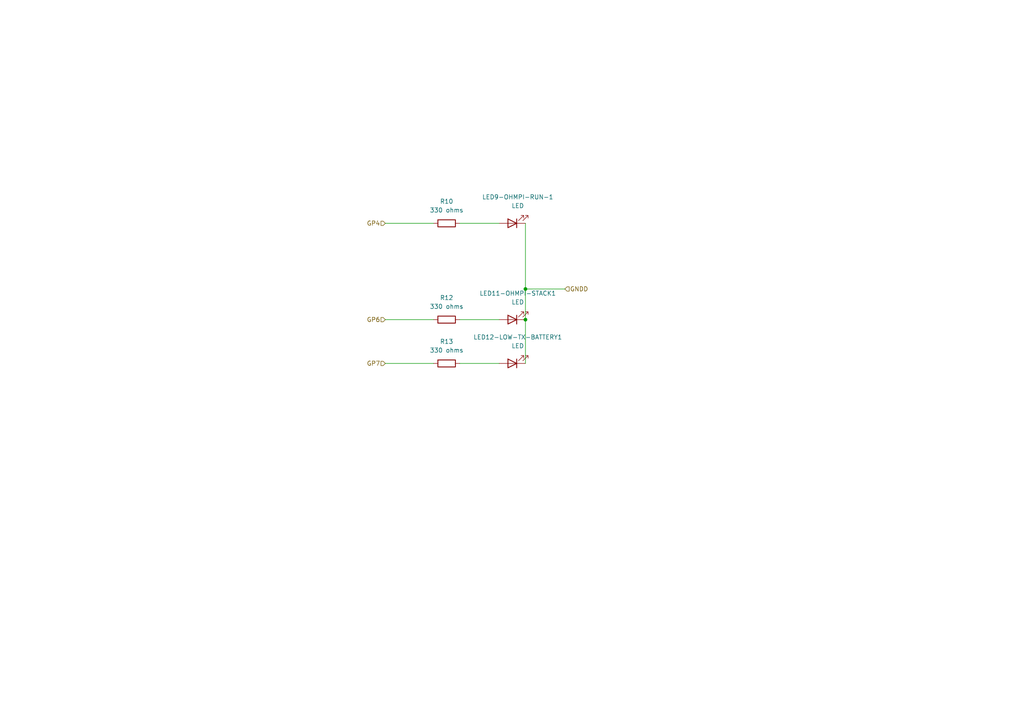
<source format=kicad_sch>
(kicad_sch (version 20230121) (generator eeschema)
  (paper "A4")
  (lib_symbols
    (symbol "Device:LED" (pin_numbers hide) (pin_names (offset 1.016) hide)
      (property "Reference" "D" (at 0 2.54 0))
      (property "Value" "LED" (at 0 -2.54 0))
      (symbol "LED_0_1"
        (polyline (pts (xy -1.27 -1.27) (xy -1.27 1.27)) (stroke (width 0.254)))
        (polyline (pts (xy -1.27 0) (xy 1.27 0)))
        (polyline (pts (xy 1.27 -1.27) (xy 1.27 1.27) (xy -1.27 0) (xy 1.27 -1.27)) (stroke (width 0.254)))
        (polyline (pts (xy -3.048 -0.762) (xy -4.572 -2.286) (xy -3.81 -2.286) (xy -4.572 -2.286) (xy -4.572 -1.524)))
        (polyline (pts (xy -1.778 -0.762) (xy -3.302 -2.286) (xy -2.54 -2.286) (xy -3.302 -2.286) (xy -3.302 -1.524)))
      )
      (symbol "LED_1_1"
        (pin passive line (at -3.81 0 0) (length 2.54) (name "K") (number "1"))
        (pin passive line (at 3.81 0 180) (length 2.54) (name "A") (number "2"))
      )
    )
    (symbol "Device:R" (pin_numbers hide) (pin_names (offset 0))
      (property "Reference" "R" (at 2.032 0 90))
      (property "Value" "R" (at 0 0 90))
      (symbol "R_0_1"
        (rectangle (start -1.016 -2.54) (end 1.016 2.54) (stroke (width 0.254)))
      )
      (symbol "R_1_1"
        (pin passive line (at 0 3.81 270) (length 1.27) (name "~") (number "1"))
        (pin passive line (at 0 -3.81 90) (length 1.27) (name "~") (number "2"))
      )
    )
  )
  (junction (at 152.4 92.71))
  (junction (at 152.4 83.82))
  (wire (pts (xy 133.35 105.41) (xy 144.78 105.41)))
  (wire (pts (xy 111.76 92.71) (xy 125.73 92.71)))
  (wire (pts (xy 111.76 105.41) (xy 125.73 105.41)))
  (wire (pts (xy 133.35 92.71) (xy 144.78 92.71)))
  (wire (pts (xy 152.4 64.77) (xy 152.4 83.82)))
  (wire (pts (xy 152.4 92.71) (xy 152.4 105.41)))
  (wire (pts (xy 133.35 64.77) (xy 144.78 64.77)))
  (wire (pts (xy 111.76 64.77) (xy 125.73 64.77)))
  (wire (pts (xy 152.4 83.82) (xy 152.4 92.71)))
  (wire (pts (xy 152.4 83.82) (xy 163.83 83.82)))
  (hierarchical_label "GNDD" (shape input) (at 163.83 83.82 0))
  (hierarchical_label "GP7" (shape input) (at 111.76 105.41 180))
  (hierarchical_label "GP6" (shape input) (at 111.76 92.71 180))
  (hierarchical_label "GP4" (shape input) (at 111.76 64.77 180))
  (symbol (lib_id "Device:R") (at 129.54 64.77 90) (unit 1)
    (property "Reference" "R10" (at 129.54 58.42 90))
    (property "Value" "330 ohms" (at 129.54 60.96 90))
    (property "Footprint" "Resistor_THT:R_Axial_DIN0207_L6.3mm_D2.5mm_P7.62mm_Horizontal" (effects hide))
    (property "Description" "330 ohms resistor" (effects hide))
  )
  (symbol (lib_id "Device:R") (at 129.54 105.41 90) (unit 1)
    (property "Reference" "R13" (at 129.54 99.06 90))
    (property "Value" "330 ohms" (at 129.54 101.6 90))
    (property "Footprint" "Resistor_THT:R_Axial_DIN0207_L6.3mm_D2.5mm_P7.62mm_Horizontal" (effects hide))
    (property "Description" "330 ohms resistor" (effects hide))
  )
  (symbol (lib_id "Device:LED") (at 148.59 64.77 180) (unit 1)
    (property "Reference" "LED9-OHMPI-RUN-1" (at 150.1775 57.15 0))
    (property "Value" "LED" (at 150.1775 59.69 0))
    (property "Footprint" "LED_THT:LED_D4.0mm" (effects hide))
    (property "Description" "LED" (effects hide))
  )
  (symbol (lib_id "Device:LED") (at 148.59 92.71 180) (unit 1)
    (property "Reference" "LED11-OHMPI-STACK1" (at 150.1775 85.09 0))
    (property "Value" "LED" (at 150.1775 87.63 0))
    (property "Footprint" "LED_THT:LED_D4.0mm" (effects hide))
    (property "Description" "LED" (effects hide))
  )
  (symbol (lib_id "Device:LED") (at 148.59 105.41 180) (unit 1)
    (property "Reference" "LED12-LOW-TX-BATTERY1" (at 150.1775 97.79 0))
    (property "Value" "LED" (at 150.1775 100.33 0))
    (property "Footprint" "LED_THT:LED_D4.0mm" (effects hide))
    (property "Description" "LED" (effects hide))
  )
  (symbol (lib_id "Device:R") (at 129.54 92.71 90) (unit 1)
    (property "Reference" "R12" (at 129.54 86.36 90))
    (property "Value" "330 ohms" (at 129.54 88.9 90))
    (property "Footprint" "Resistor_THT:R_Axial_DIN0207_L6.3mm_D2.5mm_P7.62mm_Horizontal" (effects hide))
    (property "Description" "330 ohms resistor" (effects hide))
  )
)
</source>
